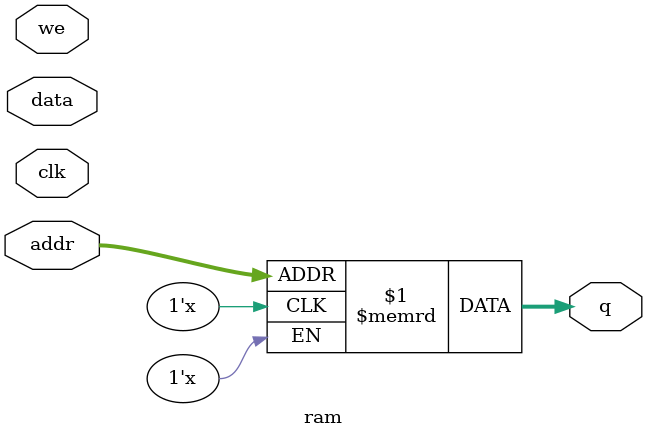
<source format=v>
module ram
(
input [7:0] data,
input [5:0] addr,
input we, clk,
output [7:0] q
);
reg [7:0] ram[63:0];
// when we is high, write data to ram at address addr
// assign the ram value at address addr to q
assign q = ram[addr];
//always @(posedge clk)
//  if (we)
//    ram[addr] <= data;
endmodule

</source>
